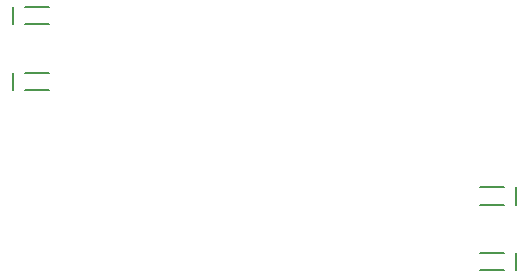
<source format=gbr>
G04 #@! TF.FileFunction,Legend,Bot*
%FSLAX46Y46*%
G04 Gerber Fmt 4.6, Leading zero omitted, Abs format (unit mm)*
G04 Created by KiCad (PCBNEW 4.0.2+dfsg1-stable) date Qua 18 Mai 2016 08:00:36 BRT*
%MOMM*%
G01*
G04 APERTURE LIST*
%ADD10C,0.100000*%
%ADD11C,0.150000*%
G04 APERTURE END LIST*
D10*
D11*
X196740000Y-107210000D02*
X196740000Y-105729000D01*
X196740000Y-112771000D02*
X196740000Y-111290000D01*
X195740000Y-107210000D02*
X193740000Y-107210000D01*
X195740000Y-105729000D02*
X193740000Y-105729000D01*
X195740000Y-112771000D02*
X193740000Y-112771000D01*
X195740000Y-111290000D02*
X193740000Y-111290000D01*
X154210000Y-96020000D02*
X154210000Y-97501000D01*
X154210000Y-90459000D02*
X154210000Y-91940000D01*
X155210000Y-96020000D02*
X157210000Y-96020000D01*
X155210000Y-97501000D02*
X157210000Y-97501000D01*
X155210000Y-90459000D02*
X157210000Y-90459000D01*
X155210000Y-91940000D02*
X157210000Y-91940000D01*
M02*

</source>
